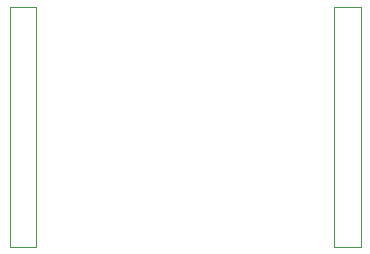
<source format=gbr>
%TF.GenerationSoftware,KiCad,Pcbnew,(6.0.2)*%
%TF.CreationDate,2022-07-09T21:38:24+01:00*%
%TF.ProjectId,protoboard,70726f74-6f62-46f6-9172-642e6b696361,rev?*%
%TF.SameCoordinates,Original*%
%TF.FileFunction,Legend,Top*%
%TF.FilePolarity,Positive*%
%FSLAX46Y46*%
G04 Gerber Fmt 4.6, Leading zero omitted, Abs format (unit mm)*
G04 Created by KiCad (PCBNEW (6.0.2)) date 2022-07-09 21:38:24*
%MOMM*%
%LPD*%
G01*
G04 APERTURE LIST*
%ADD10C,0.150000*%
%ADD11C,0.120000*%
G04 APERTURE END LIST*
D10*
%TO.C,69*%
%TO.C,72*%
%TO.C,68*%
%TO.C,70*%
%TO.C,71*%
%TO.C,67*%
%TO.C,74*%
%TO.C,73*%
%TO.C,61*%
%TO.C,64*%
%TO.C,60*%
%TO.C,62*%
%TO.C,63*%
%TO.C,59*%
%TO.C,66*%
%TO.C,65*%
%TO.C,11*%
%TO.C,31*%
%TO.C,51*%
%TO.C,24*%
%TO.C,55*%
%TO.C,17*%
%TO.C,37*%
%TO.C,54*%
%TO.C,47*%
%TO.C,46*%
%TO.C,28*%
%TO.C,38*%
%TO.C,8*%
%TO.C,18*%
%TO.C,43*%
%TO.C,44*%
%TO.C,3*%
%TO.C,56*%
%TO.C,12*%
%TO.C,1*%
%TO.C,6*%
%TO.C,21*%
%TO.C,26*%
%TO.C,53*%
%TO.C,27*%
%TO.C,14*%
%TO.C,2*%
%TO.C,35*%
%TO.C,42*%
%TO.C,58*%
%TO.C,52*%
%TO.C,25*%
%TO.C,33*%
%TO.C,36*%
%TO.C,45*%
%TO.C,32*%
%TO.C,23*%
%TO.C,16*%
%TO.C,22*%
%TO.C,4*%
%TO.C,57*%
%TO.C,34*%
%TO.C,13*%
%TO.C,5*%
%TO.C,15*%
%TO.C,48*%
%TO.C,7*%
%TO.C,41*%
D11*
%TO.C,J3*%
X27600000Y-1087800D02*
X29860000Y-1087800D01*
X27600000Y-21467800D02*
X29860000Y-21467800D01*
X29860000Y-1087800D02*
X29860000Y-21467800D01*
X27600000Y-1087800D02*
X27600000Y-21467800D01*
%TO.C,J2*%
X142600Y-21467800D02*
X2402600Y-21467800D01*
X2402600Y-1087800D02*
X2402600Y-21467800D01*
X142600Y-1087800D02*
X142600Y-21467800D01*
X142600Y-1087800D02*
X2402600Y-1087800D01*
%TD*%
M02*

</source>
